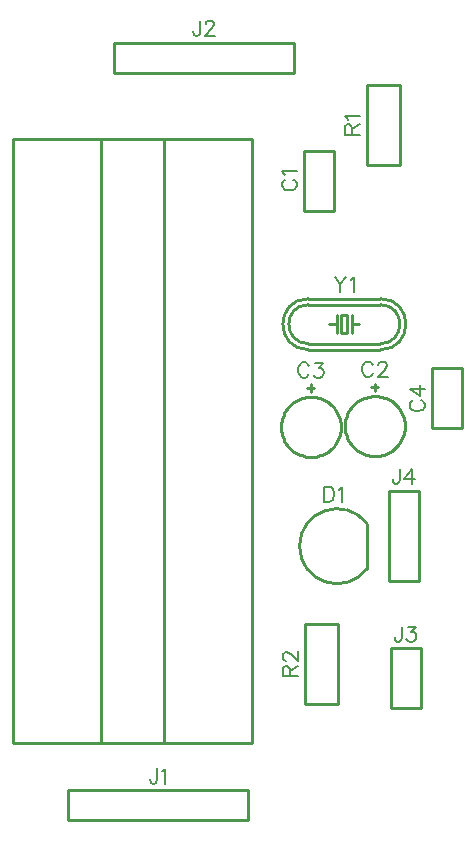
<source format=gto>
G04 DipTrace 2.3.1.0*
%INLA30KBD.GTO*%
%MOMM*%
%ADD10C,0.25*%
%ADD51C,0.196*%
%FSLAX53Y53*%
G04*
G71*
G90*
G75*
G01*
%LNTopSilk*%
%LPD*%
X32868Y24240D2*
D10*
X17628D1*
X32868Y21700D2*
X17628D1*
X32868Y24240D2*
Y21700D1*
X17628Y24240D2*
Y21700D1*
X36788Y87566D2*
X21548D1*
X36788Y85026D2*
X21548D1*
X36788Y87566D2*
Y85026D1*
X21548Y87566D2*
Y85026D1*
X47504Y36260D2*
X44964D1*
X47504Y31180D2*
Y36260D1*
Y31180D2*
X44964D1*
Y36260D1*
X47358Y41989D2*
X44818D1*
Y49609D1*
X47358D2*
X44818D1*
X47358Y41989D2*
Y49609D1*
X44103Y65878D2*
X38006D1*
X44103Y61560D2*
X38006D1*
X44103Y65370D2*
X38006D1*
Y62067D2*
X44103D1*
X41309Y62957D2*
X40800D1*
Y64481D1*
X41309D1*
Y62957D1*
X40419D2*
Y63719D1*
Y64481D1*
X41690Y62957D2*
Y63719D1*
Y64481D1*
X40419Y63719D2*
X39784D1*
X41690D2*
X42325D1*
X44103Y61560D2*
G03X44103Y65878I0J2159D01*
G01*
X38006D2*
G03X38006Y61560I0J-2159D01*
G01*
X44103Y62067D2*
G03X44103Y65370I-1J1651D01*
G01*
X38006D2*
G03X38006Y62067I1J-1651D01*
G01*
X42939Y77154D2*
Y83946D1*
X45739Y77154D2*
Y83946D1*
Y77154D2*
X42939D1*
X45739Y83946D2*
X42939D1*
X37687Y31574D2*
Y38366D1*
X40487Y31574D2*
Y38366D1*
Y31574D2*
X37687D1*
X40487Y38366D2*
X37687D1*
X42972Y46824D2*
Y43017D1*
X42967Y46832D2*
G03X42967Y43010I-2535J-1911D01*
G01*
X43335Y58387D2*
X43935D1*
X43635Y58687D2*
Y58087D1*
X41095Y55087D2*
X41101Y55264D1*
X41119Y55440D1*
X41150Y55615D1*
X41193Y55787D1*
X41248Y55955D1*
X41314Y56120D1*
X41392Y56279D1*
X41481Y56432D1*
X41580Y56579D1*
X41689Y56719D1*
X41808Y56851D1*
X41935Y56974D1*
X42071Y57088D1*
X42214Y57192D1*
X42365Y57286D1*
X42521Y57369D1*
X42683Y57441D1*
X42850Y57502D1*
X43020Y57551D1*
X43194Y57587D1*
X43369Y57612D1*
X43546Y57624D1*
X43723D1*
X43900Y57612D1*
X44076Y57587D1*
X44249Y57551D1*
X44420Y57502D1*
X44586Y57441D1*
X44748Y57369D1*
X44905Y57286D1*
X45055Y57192D1*
X45199Y57088D1*
X45334Y56974D1*
X45462Y56851D1*
X45580Y56719D1*
X45690Y56579D1*
X45789Y56432D1*
X45877Y56279D1*
X45955Y56120D1*
X46022Y55955D1*
X46076Y55787D1*
X46119Y55615D1*
X46150Y55440D1*
X46169Y55264D1*
X46175Y55087D1*
X46169Y54910D1*
X46150Y54734D1*
X46119Y54559D1*
X46076Y54387D1*
X46022Y54218D1*
X45955Y54054D1*
X45877Y53895D1*
X45789Y53741D1*
X45690Y53594D1*
X45580Y53455D1*
X45462Y53323D1*
X45334Y53200D1*
X45199Y53086D1*
X45055Y52982D1*
X44905Y52888D1*
X44748Y52805D1*
X44586Y52733D1*
X44420Y52672D1*
X44249Y52623D1*
X44076Y52586D1*
X43900Y52562D1*
X43723Y52549D1*
X43546D1*
X43369Y52562D1*
X43194Y52586D1*
X43020Y52623D1*
X42850Y52672D1*
X42683Y52733D1*
X42521Y52805D1*
X42365Y52888D1*
X42214Y52982D1*
X42071Y53086D1*
X41935Y53200D1*
X41808Y53323D1*
X41689Y53455D1*
X41580Y53594D1*
X41481Y53741D1*
X41392Y53895D1*
X41314Y54054D1*
X41248Y54218D1*
X41193Y54387D1*
X41150Y54559D1*
X41119Y54734D1*
X41101Y54910D1*
X41095Y55087D1*
X37924Y58314D2*
X38524D1*
X38224Y58614D2*
Y58015D1*
X35684Y55015D2*
X35690Y55192D1*
X35709Y55368D1*
X35740Y55542D1*
X35783Y55714D1*
X35837Y55883D1*
X35904Y56047D1*
X35981Y56207D1*
X36070Y56360D1*
X36169Y56507D1*
X36278Y56647D1*
X36397Y56778D1*
X36525Y56901D1*
X36660Y57015D1*
X36804Y57120D1*
X36954Y57213D1*
X37111Y57297D1*
X37273Y57369D1*
X37439Y57429D1*
X37610Y57478D1*
X37783Y57515D1*
X37959Y57540D1*
X38136Y57552D1*
X38313D1*
X38490Y57540D1*
X38665Y57515D1*
X38839Y57478D1*
X39009Y57429D1*
X39176Y57369D1*
X39338Y57297D1*
X39494Y57213D1*
X39645Y57120D1*
X39788Y57015D1*
X39924Y56901D1*
X40051Y56778D1*
X40170Y56647D1*
X40279Y56507D1*
X40378Y56360D1*
X40467Y56207D1*
X40545Y56047D1*
X40611Y55883D1*
X40666Y55714D1*
X40709Y55542D1*
X40739Y55368D1*
X40758Y55192D1*
X40764Y55015D1*
X40758Y54837D1*
X40739Y54661D1*
X40709Y54487D1*
X40666Y54315D1*
X40611Y54146D1*
X40545Y53982D1*
X40467Y53822D1*
X40378Y53669D1*
X40279Y53522D1*
X40170Y53382D1*
X40051Y53251D1*
X39924Y53128D1*
X39788Y53014D1*
X39645Y52910D1*
X39494Y52816D1*
X39338Y52732D1*
X39176Y52660D1*
X39009Y52600D1*
X38839Y52551D1*
X38665Y52514D1*
X38490Y52489D1*
X38313Y52477D1*
X38136D1*
X37959Y52489D1*
X37783Y52514D1*
X37610Y52551D1*
X37439Y52600D1*
X37273Y52660D1*
X37111Y52732D1*
X36954Y52816D1*
X36804Y52910D1*
X36660Y53014D1*
X36525Y53128D1*
X36397Y53251D1*
X36278Y53382D1*
X36169Y53522D1*
X36070Y53669D1*
X35981Y53822D1*
X35904Y53982D1*
X35837Y54146D1*
X35783Y54315D1*
X35740Y54487D1*
X35709Y54661D1*
X35690Y54837D1*
X35684Y55015D1*
X50978Y59998D2*
Y54927D1*
X48438D2*
X50978D1*
X48438Y59998D2*
Y54927D1*
Y59998D2*
X50978D1*
X37623Y73316D2*
Y78387D1*
X40163D2*
X37623D1*
X40163Y73316D2*
Y78387D1*
Y73316D2*
X37623D1*
X33231Y28382D2*
Y79380D1*
X20432D1*
Y28382D2*
Y79380D1*
X33231Y28280D2*
X25781Y28278D1*
X25780Y28384D2*
Y79381D1*
X12980D1*
Y28384D2*
Y79381D1*
X25781Y28281D2*
X18618D1*
X13031D2*
X18630D1*
X25203Y26099D2*
D51*
Y25128D1*
X25143Y24945D1*
X25081Y24885D1*
X24960Y24823D1*
X24838D1*
X24717Y24885D1*
X24657Y24945D1*
X24595Y25128D1*
Y25249D1*
X25595Y25855D2*
X25717Y25917D1*
X25900Y26098D1*
Y24823D1*
X28851Y89426D2*
Y88454D1*
X28790Y88272D1*
X28729Y88211D1*
X28608Y88150D1*
X28486D1*
X28365Y88211D1*
X28305Y88272D1*
X28243Y88454D1*
Y88575D1*
X29305Y89121D2*
Y89182D1*
X29365Y89304D1*
X29425Y89364D1*
X29547Y89424D1*
X29790D1*
X29911Y89364D1*
X29971Y89304D1*
X30033Y89182D1*
Y89061D1*
X29971Y88939D1*
X29851Y88758D1*
X29243Y88150D1*
X30094D1*
X45917Y38120D2*
Y37148D1*
X45857Y36966D1*
X45795Y36906D1*
X45674Y36844D1*
X45552D1*
X45431Y36906D1*
X45371Y36966D1*
X45309Y37148D1*
Y37269D1*
X46431Y38119D2*
X47098D1*
X46734Y37633D1*
X46917D1*
X47038Y37572D1*
X47098Y37512D1*
X47160Y37330D1*
Y37209D1*
X47098Y37026D1*
X46977Y36904D1*
X46795Y36844D1*
X46612D1*
X46431Y36904D1*
X46371Y36966D1*
X46309Y37087D1*
X45740Y51469D2*
Y50498D1*
X45680Y50315D1*
X45618Y50255D1*
X45497Y50193D1*
X45375D1*
X45254Y50255D1*
X45194Y50315D1*
X45132Y50498D1*
Y50618D1*
X46740Y50193D2*
Y51468D1*
X46132Y50618D1*
X47043D1*
X40220Y67738D2*
X40706Y67130D1*
Y66461D1*
X41192Y67738D2*
X40706Y67130D1*
X41584Y67493D2*
X41706Y67555D1*
X41889Y67736D1*
Y66461D1*
X41687Y79776D2*
Y80322D1*
X41625Y80505D1*
X41565Y80567D1*
X41444Y80627D1*
X41322D1*
X41201Y80567D1*
X41139Y80505D1*
X41079Y80322D1*
Y79776D1*
X42355D1*
X41687Y80202D2*
X42355Y80627D1*
X41323Y81019D2*
X41262Y81141D1*
X41080Y81324D1*
X42355D1*
X36435Y33923D2*
Y34469D1*
X36373Y34652D1*
X36313Y34714D1*
X36192Y34774D1*
X36070D1*
X35949Y34714D1*
X35887Y34652D1*
X35827Y34469D1*
Y33923D1*
X37103D1*
X36435Y34349D2*
X37103Y34774D1*
X36132Y35228D2*
X36071D1*
X35949Y35288D1*
X35889Y35349D1*
X35828Y35471D1*
Y35714D1*
X35889Y35834D1*
X35949Y35895D1*
X36071Y35956D1*
X36192D1*
X36314Y35895D1*
X36495Y35774D1*
X37103Y35166D1*
Y36017D1*
X39341Y49955D2*
Y48679D1*
X39766D1*
X39949Y48741D1*
X40071Y48861D1*
X40131Y48984D1*
X40192Y49165D1*
Y49469D1*
X40131Y49652D1*
X40071Y49773D1*
X39949Y49895D1*
X39766Y49955D1*
X39341D1*
X40584Y49711D2*
X40706Y49773D1*
X40889Y49954D1*
Y48679D1*
X43469Y60243D2*
X43408Y60364D1*
X43286Y60486D1*
X43166Y60547D1*
X42923D1*
X42801Y60486D1*
X42680Y60364D1*
X42618Y60243D1*
X42558Y60061D1*
Y59756D1*
X42618Y59575D1*
X42680Y59453D1*
X42801Y59332D1*
X42923Y59271D1*
X43166D1*
X43286Y59332D1*
X43408Y59453D1*
X43469Y59575D1*
X43923Y60242D2*
Y60302D1*
X43983Y60425D1*
X44043Y60485D1*
X44166Y60545D1*
X44408D1*
X44529Y60485D1*
X44590Y60425D1*
X44651Y60302D1*
Y60182D1*
X44590Y60060D1*
X44469Y59878D1*
X43861Y59271D1*
X44712D1*
X38058Y60171D2*
X37998Y60292D1*
X37876Y60414D1*
X37755Y60474D1*
X37512D1*
X37390Y60414D1*
X37269Y60292D1*
X37208Y60171D1*
X37147Y59989D1*
Y59684D1*
X37208Y59503D1*
X37269Y59381D1*
X37390Y59260D1*
X37512Y59198D1*
X37755D1*
X37876Y59260D1*
X37998Y59381D1*
X38058Y59503D1*
X38573Y60473D2*
X39239D1*
X38876Y59987D1*
X39058D1*
X39179Y59927D1*
X39239Y59866D1*
X39301Y59684D1*
Y59563D1*
X39239Y59381D1*
X39119Y59259D1*
X38936Y59198D1*
X38754D1*
X38573Y59259D1*
X38512Y59320D1*
X38450Y59441D1*
X46881Y57267D2*
X46760Y57206D1*
X46638Y57084D1*
X46578Y56963D1*
Y56721D1*
X46638Y56598D1*
X46760Y56478D1*
X46881Y56416D1*
X47064Y56356D1*
X47368D1*
X47549Y56416D1*
X47672Y56478D1*
X47792Y56598D1*
X47854Y56721D1*
Y56963D1*
X47792Y57084D1*
X47672Y57206D1*
X47549Y57267D1*
X47854Y58267D2*
X46579D1*
X47429Y57659D1*
Y58570D1*
X36067Y75959D2*
X35946Y75898D1*
X35824Y75776D1*
X35764Y75656D1*
Y75413D1*
X35824Y75291D1*
X35946Y75170D1*
X36067Y75108D1*
X36249Y75048D1*
X36554D1*
X36735Y75108D1*
X36857Y75170D1*
X36978Y75291D1*
X37040Y75413D1*
Y75656D1*
X36978Y75776D1*
X36857Y75898D1*
X36735Y75959D1*
X36008Y76351D2*
X35946Y76473D1*
X35765Y76656D1*
X37040D1*
M02*

</source>
